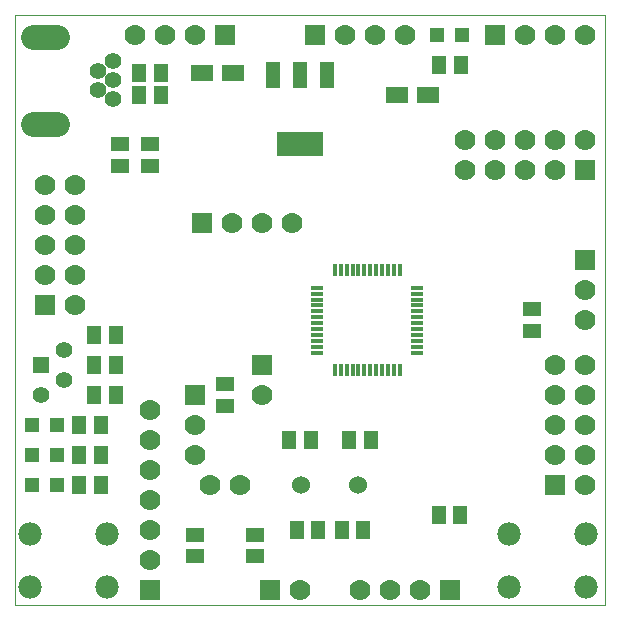
<source format=gts>
G75*
G70*
%OFA0B0*%
%FSLAX24Y24*%
%IPPOS*%
%LPD*%
%AMOC8*
5,1,8,0,0,1.08239X$1,22.5*
%
%ADD10C,0.0000*%
%ADD11C,0.0600*%
%ADD12C,0.0700*%
%ADD13C,0.0556*%
%ADD14R,0.0556X0.0556*%
%ADD15R,0.0512X0.0512*%
%ADD16R,0.0493X0.0611*%
%ADD17R,0.0591X0.0453*%
%ADD18R,0.0453X0.0591*%
%ADD19C,0.0780*%
%ADD20R,0.0700X0.0700*%
%ADD21R,0.0611X0.0493*%
%ADD22C,0.0827*%
%ADD23R,0.0158X0.0434*%
%ADD24R,0.0434X0.0158*%
%ADD25R,0.0749X0.0532*%
%ADD26R,0.1540X0.0800*%
%ADD27R,0.0460X0.0900*%
D10*
X001481Y000917D02*
X001481Y020602D01*
X021166Y020602D01*
X021166Y000917D01*
X001481Y000917D01*
D11*
X011031Y004917D03*
X012931Y004917D03*
D12*
X009731Y007917D03*
X007481Y006917D03*
X007481Y005917D03*
X007981Y004917D03*
X008981Y004917D03*
X005981Y005417D03*
X005981Y006417D03*
X005981Y007417D03*
X005981Y004417D03*
X005981Y003417D03*
X005981Y002417D03*
X010981Y001417D03*
X012981Y001417D03*
X013981Y001417D03*
X014981Y001417D03*
X019481Y005917D03*
X019481Y006917D03*
X019481Y007917D03*
X019481Y008917D03*
X020481Y008917D03*
X020481Y007917D03*
X020481Y006917D03*
X020481Y005917D03*
X020481Y004917D03*
X020481Y010417D03*
X020481Y011417D03*
X019481Y015417D03*
X019481Y016417D03*
X018481Y016417D03*
X017481Y016417D03*
X017481Y015417D03*
X018481Y015417D03*
X016481Y015417D03*
X016481Y016417D03*
X014481Y019917D03*
X013481Y019917D03*
X012481Y019917D03*
X007481Y019917D03*
X006481Y019917D03*
X005481Y019917D03*
X003481Y014917D03*
X003481Y013917D03*
X002481Y013917D03*
X002481Y014917D03*
X002481Y012917D03*
X003481Y012917D03*
X003481Y011917D03*
X003481Y010917D03*
X002481Y011917D03*
X008731Y013667D03*
X009731Y013667D03*
X010731Y013667D03*
X018481Y019917D03*
X019481Y019917D03*
X020481Y019917D03*
X020481Y016417D03*
D13*
X004761Y017787D03*
X004249Y018102D03*
X004761Y018417D03*
X004249Y018732D03*
X004761Y019047D03*
X003137Y009409D03*
X003137Y008425D03*
X002350Y007932D03*
D14*
X002350Y008917D03*
D15*
X002068Y006917D03*
X002894Y006917D03*
X002894Y005917D03*
X002068Y005917D03*
X002068Y004917D03*
X002894Y004917D03*
X015568Y019917D03*
X016394Y019917D03*
D16*
X016335Y003917D03*
X015627Y003917D03*
X013085Y003417D03*
X012377Y003417D03*
X011585Y003417D03*
X010877Y003417D03*
D17*
X008481Y007543D03*
X008481Y008291D03*
X005981Y015543D03*
X005981Y016291D03*
X004981Y016291D03*
X004981Y015543D03*
X018731Y010791D03*
X018731Y010043D03*
D18*
X013355Y006417D03*
X012607Y006417D03*
X011355Y006417D03*
X010607Y006417D03*
X004855Y007917D03*
X004107Y007917D03*
X004107Y008917D03*
X004855Y008917D03*
X004855Y009917D03*
X004107Y009917D03*
X004355Y006917D03*
X003607Y006917D03*
X003607Y005917D03*
X004355Y005917D03*
X004355Y004917D03*
X003607Y004917D03*
X005607Y017917D03*
X006355Y017917D03*
X006355Y018667D03*
X005607Y018667D03*
X015607Y018917D03*
X016355Y018917D03*
D19*
X017951Y003307D03*
X017951Y001527D03*
X020511Y001527D03*
X020511Y003307D03*
X004561Y003307D03*
X004561Y001527D03*
X002001Y001527D03*
X002001Y003307D03*
D20*
X005981Y001417D03*
X009981Y001417D03*
X015981Y001417D03*
X019481Y004917D03*
X020481Y012417D03*
X020481Y015417D03*
X017481Y019917D03*
X011481Y019917D03*
X008481Y019917D03*
X007731Y013667D03*
X009731Y008917D03*
X007481Y007917D03*
X002481Y010917D03*
D21*
X007481Y003271D03*
X007481Y002562D03*
X009481Y002562D03*
X009481Y003271D03*
D22*
X002891Y016960D02*
X002103Y016960D01*
X002103Y019873D02*
X002891Y019873D01*
D23*
X012148Y012090D03*
X012345Y012090D03*
X012542Y012090D03*
X012739Y012090D03*
X012936Y012090D03*
X013133Y012090D03*
X013330Y012090D03*
X013526Y012090D03*
X013723Y012090D03*
X013920Y012090D03*
X014117Y012090D03*
X014314Y012090D03*
X014314Y008743D03*
X014117Y008743D03*
X013920Y008743D03*
X013723Y008743D03*
X013526Y008743D03*
X013330Y008743D03*
X013133Y008743D03*
X012936Y008743D03*
X012739Y008743D03*
X012542Y008743D03*
X012345Y008743D03*
X012148Y008743D03*
D24*
X011558Y009334D03*
X011558Y009531D03*
X011558Y009728D03*
X011558Y009925D03*
X011558Y010121D03*
X011558Y010318D03*
X011558Y010515D03*
X011558Y010712D03*
X011558Y010909D03*
X011558Y011106D03*
X011558Y011302D03*
X011558Y011499D03*
X014904Y011499D03*
X014904Y011302D03*
X014904Y011106D03*
X014904Y010909D03*
X014904Y010712D03*
X014904Y010515D03*
X014904Y010318D03*
X014904Y010121D03*
X014904Y009925D03*
X014904Y009728D03*
X014904Y009531D03*
X014904Y009334D03*
D25*
X015243Y017917D03*
X014219Y017917D03*
X008743Y018667D03*
X007719Y018667D03*
D26*
X010981Y016275D03*
D27*
X010981Y018598D03*
X010076Y018598D03*
X011887Y018598D03*
M02*

</source>
